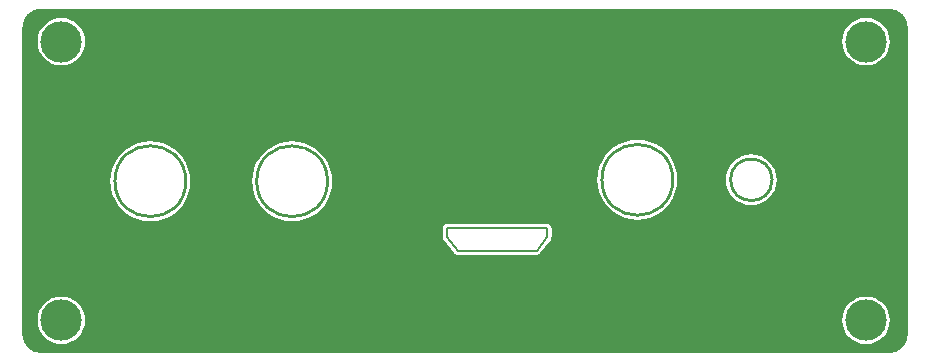
<source format=gtl>
G04*
G04 #@! TF.GenerationSoftware,Altium Limited,Altium Designer,20.0.10 (225)*
G04*
G04 Layer_Physical_Order=1*
G04 Layer_Color=255*
%FSLAX44Y44*%
%MOMM*%
G71*
G01*
G75*
%ADD10C,0.2000*%
%ADD12C,0.2540*%
%ADD13C,3.5000*%
G36*
X14920Y289998D02*
X733100Y289998D01*
X733105Y289985D01*
X734571D01*
X737447Y289413D01*
X740156Y288291D01*
X742594Y286662D01*
X744667Y284589D01*
X746296Y282151D01*
X747418Y279442D01*
X747990Y276566D01*
Y275100D01*
X748000Y275000D01*
Y14900D01*
X747985D01*
Y13434D01*
X747413Y10558D01*
X746291Y7849D01*
X744662Y5411D01*
X742589Y3338D01*
X740151Y1709D01*
X737442Y587D01*
X734566Y15D01*
X733100D01*
Y15D01*
X733083Y-2D01*
X14930D01*
Y0D01*
X13464D01*
X10588Y572D01*
X7879Y1694D01*
X5441Y3323D01*
X3368Y5396D01*
X1739Y7834D01*
X617Y10543D01*
X45Y13419D01*
Y14885D01*
X0Y14890D01*
Y275000D01*
X35Y275195D01*
Y276661D01*
X607Y279537D01*
X1729Y282246D01*
X3358Y284684D01*
X5431Y286757D01*
X7869Y288386D01*
X10578Y289508D01*
X13454Y290080D01*
X14920D01*
Y289998D01*
D02*
G37*
%LPC*%
G36*
X713500Y283137D02*
X709572Y282750D01*
X705794Y281604D01*
X702312Y279743D01*
X699261Y277239D01*
X696757Y274188D01*
X694896Y270706D01*
X693750Y266929D01*
X693363Y263000D01*
X693750Y259072D01*
X694896Y255294D01*
X696757Y251812D01*
X699261Y248761D01*
X702312Y246257D01*
X705794Y244396D01*
X709572Y243250D01*
X713500Y242863D01*
X717429Y243250D01*
X721206Y244396D01*
X724688Y246257D01*
X727739Y248761D01*
X730243Y251812D01*
X732104Y255294D01*
X733250Y259072D01*
X733637Y263000D01*
X733250Y266929D01*
X732104Y270706D01*
X730243Y274188D01*
X727739Y277239D01*
X724688Y279743D01*
X721206Y281604D01*
X717429Y282750D01*
X713500Y283137D01*
D02*
G37*
G36*
X32200D02*
X28272Y282750D01*
X24494Y281604D01*
X21012Y279743D01*
X17961Y277239D01*
X15457Y274188D01*
X13596Y270706D01*
X12450Y266929D01*
X12063Y263000D01*
X12450Y259072D01*
X13596Y255294D01*
X15457Y251812D01*
X17961Y248761D01*
X21012Y246257D01*
X24494Y244396D01*
X28272Y243250D01*
X32200Y242863D01*
X36128Y243250D01*
X39906Y244396D01*
X43387Y246257D01*
X46439Y248761D01*
X48943Y251812D01*
X50804Y255294D01*
X51950Y259072D01*
X52337Y263000D01*
X51950Y266929D01*
X50804Y270706D01*
X48943Y274188D01*
X46439Y277239D01*
X43387Y279743D01*
X39906Y281604D01*
X36128Y282750D01*
X32200Y283137D01*
D02*
G37*
G36*
X616370Y167469D02*
X612173Y167055D01*
X608137Y165831D01*
X604418Y163843D01*
X601158Y161167D01*
X598482Y157907D01*
X596494Y154188D01*
X595270Y150152D01*
X594856Y145955D01*
X595270Y141758D01*
X596494Y137722D01*
X598482Y134003D01*
X601158Y130743D01*
X604418Y128067D01*
X608137Y126079D01*
X612173Y124855D01*
X616370Y124441D01*
X620567Y124855D01*
X624603Y126079D01*
X628322Y128067D01*
X631582Y130743D01*
X634258Y134003D01*
X636246Y137722D01*
X637470Y141758D01*
X637884Y145955D01*
X637470Y150152D01*
X636246Y154188D01*
X634258Y157907D01*
X631582Y161167D01*
X628322Y163843D01*
X624603Y165831D01*
X620567Y167055D01*
X616370Y167469D01*
D02*
G37*
G36*
X519850Y179870D02*
X514545Y179452D01*
X509370Y178210D01*
X504453Y176173D01*
X499916Y173393D01*
X495869Y169936D01*
X492413Y165889D01*
X489632Y161352D01*
X487595Y156435D01*
X486353Y151260D01*
X485936Y145955D01*
X486353Y140650D01*
X487595Y135475D01*
X489632Y130558D01*
X492413Y126021D01*
X495869Y121974D01*
X499916Y118518D01*
X504453Y115737D01*
X509370Y113700D01*
X514545Y112458D01*
X519850Y112041D01*
X525155Y112458D01*
X530330Y113700D01*
X535247Y115737D01*
X539784Y118518D01*
X543831Y121974D01*
X547287Y126021D01*
X550068Y130558D01*
X552105Y135475D01*
X553347Y140650D01*
X553764Y145955D01*
X553347Y151260D01*
X552105Y156435D01*
X550068Y161352D01*
X547287Y165889D01*
X543831Y169936D01*
X539784Y173393D01*
X535247Y176173D01*
X530330Y178210D01*
X525155Y179452D01*
X519850Y179870D01*
D02*
G37*
G36*
X227550Y178670D02*
X222245Y178252D01*
X217070Y177010D01*
X212153Y174973D01*
X207616Y172192D01*
X203569Y168736D01*
X200113Y164690D01*
X197332Y160152D01*
X195295Y155235D01*
X194053Y150060D01*
X193636Y144755D01*
X194053Y139450D01*
X195295Y134275D01*
X197332Y129358D01*
X200113Y124821D01*
X203569Y120774D01*
X207616Y117318D01*
X212153Y114537D01*
X217070Y112500D01*
X222245Y111258D01*
X227550Y110841D01*
X232855Y111258D01*
X238030Y112500D01*
X242947Y114537D01*
X247484Y117318D01*
X251531Y120774D01*
X254987Y124821D01*
X257768Y129358D01*
X259805Y134275D01*
X261047Y139450D01*
X261465Y144755D01*
X261047Y150060D01*
X259805Y155235D01*
X257768Y160152D01*
X254987Y164690D01*
X251531Y168736D01*
X247484Y172192D01*
X242947Y174973D01*
X238030Y177010D01*
X232855Y178252D01*
X227550Y178670D01*
D02*
G37*
G36*
X107550D02*
X102245Y178252D01*
X97070Y177010D01*
X92153Y174973D01*
X87615Y172192D01*
X83569Y168736D01*
X80113Y164690D01*
X77332Y160152D01*
X75295Y155235D01*
X74053Y150060D01*
X73636Y144755D01*
X74053Y139450D01*
X75295Y134275D01*
X77332Y129358D01*
X80113Y124821D01*
X83569Y120774D01*
X87615Y117318D01*
X92153Y114537D01*
X97070Y112500D01*
X102245Y111258D01*
X107550Y110841D01*
X112855Y111258D01*
X118030Y112500D01*
X122947Y114537D01*
X127485Y117318D01*
X131531Y120774D01*
X134987Y124821D01*
X137768Y129358D01*
X139805Y134275D01*
X141047Y139450D01*
X141465Y144755D01*
X141047Y150060D01*
X139805Y155235D01*
X137768Y160152D01*
X134987Y164690D01*
X131531Y168736D01*
X127485Y172192D01*
X122947Y174973D01*
X118030Y177010D01*
X112855Y178252D01*
X107550Y178670D01*
D02*
G37*
G36*
X443600Y108609D02*
X358600D01*
X357219Y108335D01*
X356048Y107552D01*
X355265Y106381D01*
X354991Y105000D01*
Y97600D01*
X355085Y97128D01*
X355119Y96647D01*
X355221Y96443D01*
X355265Y96219D01*
X355533Y95818D01*
X355748Y95387D01*
X364748Y83787D01*
X364921Y83638D01*
X365048Y83448D01*
X365448Y83180D01*
X365812Y82865D01*
X366029Y82792D01*
X366219Y82665D01*
X366691Y82571D01*
X367148Y82419D01*
X367376Y82435D01*
X367600Y82391D01*
X434600D01*
X434824Y82435D01*
X435052Y82419D01*
X435509Y82571D01*
X435981Y82665D01*
X436171Y82792D01*
X436388Y82865D01*
X436752Y83180D01*
X437152Y83448D01*
X437279Y83638D01*
X437452Y83787D01*
X446452Y95387D01*
X446667Y95818D01*
X446935Y96219D01*
X446979Y96443D01*
X447081Y96647D01*
X447115Y97128D01*
X447209Y97600D01*
Y105000D01*
X446935Y106381D01*
X446152Y107552D01*
X444981Y108335D01*
X443600Y108609D01*
D02*
G37*
G36*
X713500Y47137D02*
X709572Y46750D01*
X705794Y45604D01*
X702312Y43743D01*
X699261Y41239D01*
X696757Y38187D01*
X694896Y34706D01*
X693750Y30928D01*
X693363Y27000D01*
X693750Y23071D01*
X694896Y19294D01*
X696757Y15812D01*
X699261Y12761D01*
X702312Y10257D01*
X705794Y8396D01*
X709572Y7250D01*
X713500Y6863D01*
X717429Y7250D01*
X721206Y8396D01*
X724688Y10257D01*
X727739Y12761D01*
X730243Y15812D01*
X732104Y19294D01*
X733250Y23071D01*
X733637Y27000D01*
X733250Y30928D01*
X732104Y34706D01*
X730243Y38187D01*
X727739Y41239D01*
X724688Y43743D01*
X721206Y45604D01*
X717429Y46750D01*
X713500Y47137D01*
D02*
G37*
G36*
X32200D02*
X28272Y46750D01*
X24494Y45604D01*
X21012Y43743D01*
X17961Y41239D01*
X15457Y38187D01*
X13596Y34706D01*
X12450Y30928D01*
X12063Y27000D01*
X12450Y23071D01*
X13596Y19294D01*
X15457Y15812D01*
X17961Y12761D01*
X21012Y10257D01*
X24494Y8396D01*
X28272Y7250D01*
X32200Y6863D01*
X36128Y7250D01*
X39906Y8396D01*
X43387Y10257D01*
X46439Y12761D01*
X48943Y15812D01*
X50804Y19294D01*
X51950Y23071D01*
X52337Y27000D01*
X51950Y30928D01*
X50804Y34706D01*
X48943Y38187D01*
X46439Y41239D01*
X43387Y43743D01*
X39906Y45604D01*
X36128Y46750D01*
X32200Y47137D01*
D02*
G37*
%LPD*%
D10*
X747990Y275100D02*
G03*
X733105Y289985I-14885J0D01*
G01*
X733100Y15D02*
G03*
X747985Y14900I0J14885D01*
G01*
X45Y14885D02*
G03*
X14930Y0I14885J0D01*
G01*
X14920Y290080D02*
G03*
X35Y275195I0J-14885D01*
G01*
X0Y14890D02*
Y275000D01*
X14930Y-2D02*
X733100D01*
X748000Y14900D02*
Y275000D01*
X14920Y289998D02*
X733100Y289998D01*
X358600Y97600D02*
X367600Y86000D01*
X434600D02*
X443600Y97600D01*
X367600Y86000D02*
X434600D01*
X358600Y105000D02*
X443600D01*
Y97600D02*
Y105000D01*
X358600Y97600D02*
Y105000D01*
D12*
X137550Y144755D02*
G03*
X137550Y144755I-30000J0D01*
G01*
X633970Y145955D02*
G03*
X633970Y145955I-17600J0D01*
G01*
X549850D02*
G03*
X549850Y145955I-30000J0D01*
G01*
X257550Y144755D02*
G03*
X257550Y144755I-30000J0D01*
G01*
D13*
X713500Y27000D02*
D03*
Y263000D02*
D03*
X32200D02*
D03*
Y27000D02*
D03*
M02*

</source>
